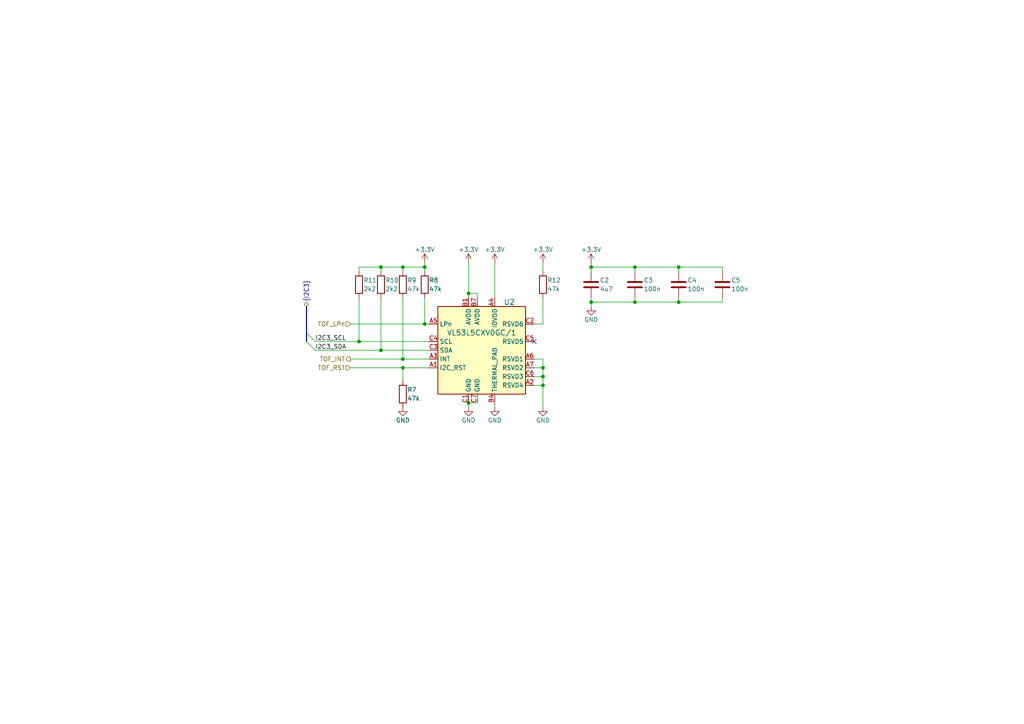
<source format=kicad_sch>
(kicad_sch (version 20230121) (generator eeschema)
  (paper "A4")
  (title_block (title "Heterogeneous radar, RGB, and ToF sensor board") (date "2023-04-12") (rev "0") (company "Center for Project-Based Learning") (comment 1 "Zoltán Marcsek"))
  (lib_symbols
    (symbol "2023-04-03_22-58-58:VL53L5CXV0GC/1"
      (property "Reference" "U" (at 6.35 16.51 0))
      (property "Value" "VL53L5CXV0GC/1" (at 6.35 13.97 0))
      (symbol "VL53L5CXV0GC/1_1_1"
        (rectangle (start -12.7 12.7) (end 12.7 -12.7) (stroke (width 0.254)) (fill (type background)))
        (pin input line (at -15.24 -5.08 0) (length 2.54) (name "I2C_RST") (number "A1"))
        (pin unspecified line (at 15.24 -10.16 180) (length 2.54) (name "RSVD4") (number "A2"))
        (pin output line (at -15.24 -2.54 0) (length 2.54) (name "INT") (number "A3"))
        (pin power_in line (at 3.81 15.24 270) (length 2.54) (name "IOVDD") (number "A4"))
        (pin input line (at -15.24 7.62 0) (length 2.54) (name "LPn") (number "A5"))
        (pin unspecified line (at 15.24 -2.54 180) (length 2.54) (name "RSVD1") (number "A6"))
        (pin unspecified line (at 15.24 -5.08 180) (length 2.54) (name "RSVD2") (number "A7"))
        (pin power_in line (at -3.81 15.24 270) (length 2.54) (name "AVDD") (number "B1"))
        (pin unspecified line (at 3.81 -15.24 90) (length 2.54) (name "THERMAL_PAD") (number "B4"))
        (pin power_in line (at -1.27 15.24 270) (length 2.54) (name "AVDD") (number "B7"))
        (pin unspecified line (at -3.81 -15.24 90) (length 2.54) (name "GND") (number "C1"))
        (pin bidirectional line (at 15.24 7.62 180) (length 2.54) (name "RSVD6") (number "C2"))
        (pin bidirectional line (at -15.24 0 0) (length 2.54) (name "SDA") (number "C3"))
        (pin input line (at -15.24 2.54 0) (length 2.54) (name "SCL") (number "C4"))
        (pin output line (at 15.24 2.54 180) (length 2.54) (name "RSVD5") (number "C5"))
        (pin unspecified line (at 15.24 -7.62 180) (length 2.54) (name "RSVD3") (number "C6"))
        (pin power_in line (at -1.27 -15.24 90) (length 2.54) (name "GND") (number "C7"))
      )
    )
    (symbol "Device:C" (pin_numbers hide) (pin_names (offset 0.254))
      (property "Reference" "C" (at 0.635 2.54 0))
      (property "Value" "C" (at 0.635 -2.54 0))
      (symbol "C_0_1"
        (polyline (pts (xy -2.032 -0.762) (xy 2.032 -0.762)) (stroke (width 0.508)))
        (polyline (pts (xy -2.032 0.762) (xy 2.032 0.762)) (stroke (width 0.508)))
      )
      (symbol "C_1_1"
        (pin passive line (at 0 3.81 270) (length 2.794) (name "~") (number "1"))
        (pin passive line (at 0 -3.81 90) (length 2.794) (name "~") (number "2"))
      )
    )
    (symbol "Device:R" (pin_numbers hide) (pin_names (offset 0))
      (property "Reference" "R" (at 2.032 0 90))
      (property "Value" "R" (at 0 0 90))
      (symbol "R_0_1"
        (rectangle (start -1.016 -2.54) (end 1.016 2.54) (stroke (width 0.254)))
      )
      (symbol "R_1_1"
        (pin passive line (at 0 3.81 270) (length 1.27) (name "~") (number "1"))
        (pin passive line (at 0 -3.81 90) (length 1.27) (name "~") (number "2"))
      )
    )
    (symbol "power:+3.3V" (power) (pin_names (offset 0))
      (property "Value" "+3.3V" (at 0 3.556 0))
      (symbol "+3.3V_0_1"
        (polyline (pts (xy -0.762 1.27) (xy 0 2.54)))
        (polyline (pts (xy 0 0) (xy 0 2.54)))
        (polyline (pts (xy 0 2.54) (xy 0.762 1.27)))
      )
      (symbol "+3.3V_1_1"
        (pin power_in line (at 0 0 90) (length 0) hide (name "+3.3V") (number "1"))
      )
    )
    (symbol "power:GND" (power) (pin_names (offset 0))
      (property "Value" "GND" (at 0 -3.81 0))
      (symbol "GND_0_1"
        (polyline (pts (xy 0 0) (xy 0 -1.27) (xy 1.27 -1.27) (xy 0 -2.54) (xy -1.27 -1.27) (xy 0 -1.27)))
      )
      (symbol "GND_1_1"
        (pin power_in line (at 0 0 270) (length 0) hide (name "GND") (number "1"))
      )
    )
  )
  (junction (at 171.45 77.47))
  (junction (at 116.84 106.68))
  (junction (at 135.89 85.09))
  (junction (at 171.45 87.63))
  (junction (at 110.49 77.47))
  (junction (at 196.85 87.63))
  (junction (at 123.19 93.98))
  (junction (at 184.15 87.63))
  (junction (at 184.15 77.47))
  (junction (at 116.84 104.14))
  (junction (at 157.48 106.68))
  (junction (at 157.48 109.22))
  (junction (at 157.48 111.76))
  (junction (at 196.85 77.47))
  (junction (at 104.14 99.06))
  (junction (at 123.19 77.47))
  (junction (at 110.49 101.6))
  (junction (at 135.89 116.84))
  (junction (at 116.84 77.47))
  (no_connect (at 154.94 99.06))
  (bus_entry (at 88.9 96.52) (size 2.54 2.54))
  (bus_entry (at 88.9 99.06) (size 2.54 2.54))
  (wire (pts (xy 171.45 87.63) (xy 171.45 86.36)))
  (wire (pts (xy 184.15 87.63) (xy 171.45 87.63)))
  (wire (pts (xy 116.84 86.36) (xy 116.84 104.14)))
  (wire (pts (xy 123.19 86.36) (xy 123.19 93.98)))
  (wire (pts (xy 101.6 93.98) (xy 123.19 93.98)))
  (wire (pts (xy 123.19 76.2) (xy 123.19 77.47)))
  (wire (pts (xy 184.15 86.36) (xy 184.15 87.63)))
  (wire (pts (xy 91.44 99.06) (xy 104.14 99.06)))
  (wire (pts (xy 171.45 77.47) (xy 171.45 78.74)))
  (wire (pts (xy 196.85 86.36) (xy 196.85 87.63)))
  (wire (pts (xy 143.51 116.84) (xy 143.51 118.11)))
  (wire (pts (xy 104.14 99.06) (xy 124.46 99.06)))
  (wire (pts (xy 116.84 106.68) (xy 124.46 106.68)))
  (wire (pts (xy 154.94 111.76) (xy 157.48 111.76)))
  (wire (pts (xy 123.19 77.47) (xy 116.84 77.47)))
  (wire (pts (xy 209.55 78.74) (xy 209.55 77.47)))
  (wire (pts (xy 171.45 76.2) (xy 171.45 77.47)))
  (wire (pts (xy 157.48 76.2) (xy 157.48 78.74)))
  (bus (pts (xy 88.9 96.52) (xy 88.9 99.06)))
  (wire (pts (xy 171.45 77.47) (xy 184.15 77.47)))
  (wire (pts (xy 184.15 77.47) (xy 196.85 77.47)))
  (wire (pts (xy 110.49 77.47) (xy 110.49 78.74)))
  (wire (pts (xy 157.48 93.98) (xy 154.94 93.98)))
  (wire (pts (xy 110.49 77.47) (xy 104.14 77.47)))
  (wire (pts (xy 104.14 77.47) (xy 104.14 78.74)))
  (bus (pts (xy 88.9 88.9) (xy 88.9 96.52)))
  (wire (pts (xy 101.6 104.14) (xy 116.84 104.14)))
  (wire (pts (xy 143.51 76.2) (xy 143.51 86.36)))
  (wire (pts (xy 154.94 109.22) (xy 157.48 109.22)))
  (wire (pts (xy 154.94 104.14) (xy 157.48 104.14)))
  (wire (pts (xy 157.48 106.68) (xy 157.48 109.22)))
  (wire (pts (xy 157.48 86.36) (xy 157.48 93.98)))
  (wire (pts (xy 135.89 116.84) (xy 135.89 118.11)))
  (wire (pts (xy 110.49 86.36) (xy 110.49 101.6)))
  (wire (pts (xy 116.84 106.68) (xy 116.84 110.49)))
  (wire (pts (xy 196.85 77.47) (xy 209.55 77.47)))
  (wire (pts (xy 135.89 85.09) (xy 135.89 76.2)))
  (wire (pts (xy 91.44 101.6) (xy 110.49 101.6)))
  (wire (pts (xy 209.55 87.63) (xy 196.85 87.63)))
  (wire (pts (xy 184.15 77.47) (xy 184.15 78.74)))
  (wire (pts (xy 196.85 87.63) (xy 184.15 87.63)))
  (wire (pts (xy 157.48 109.22) (xy 157.48 111.76)))
  (wire (pts (xy 157.48 111.76) (xy 157.48 118.11)))
  (wire (pts (xy 135.89 116.84) (xy 138.43 116.84)))
  (wire (pts (xy 138.43 85.09) (xy 135.89 85.09)))
  (wire (pts (xy 104.14 86.36) (xy 104.14 99.06)))
  (wire (pts (xy 171.45 87.63) (xy 171.45 88.9)))
  (wire (pts (xy 116.84 77.47) (xy 116.84 78.74)))
  (wire (pts (xy 123.19 93.98) (xy 124.46 93.98)))
  (wire (pts (xy 138.43 86.36) (xy 138.43 85.09)))
  (wire (pts (xy 135.89 85.09) (xy 135.89 86.36)))
  (wire (pts (xy 116.84 77.47) (xy 110.49 77.47)))
  (wire (pts (xy 157.48 104.14) (xy 157.48 106.68)))
  (wire (pts (xy 154.94 106.68) (xy 157.48 106.68)))
  (wire (pts (xy 209.55 86.36) (xy 209.55 87.63)))
  (wire (pts (xy 110.49 101.6) (xy 124.46 101.6)))
  (wire (pts (xy 116.84 104.14) (xy 124.46 104.14)))
  (wire (pts (xy 196.85 77.47) (xy 196.85 78.74)))
  (wire (pts (xy 123.19 77.47) (xy 123.19 78.74)))
  (wire (pts (xy 101.6 106.68) (xy 116.84 106.68)))
  (label "I2C3_SCL" (at 91.44 99.06 0))
  (label "I2C3_SDA" (at 91.44 101.6 0))
  (hierarchical_label "TOF_INT" (shape output) (at 101.6 104.14 180))
  (hierarchical_label "{I2C3}" (shape bidirectional) (at 88.9 88.9 90))
  (hierarchical_label "TOF_LPn" (shape input) (at 101.6 93.98 180))
  (hierarchical_label "TOF_RST" (shape input) (at 101.6 106.68 180))
  (symbol (lib_id "Device:R") (at 116.84 82.55 0) (unit 1)
    (property "Reference" "R9" (at 118.11 81.28 0) (effects (justify left)))
    (property "Value" "47k" (at 118.11 83.82 0) (effects (justify left)))
    (property "Footprint" "Resistor_SMD:R_0603_1608Metric" (effects hide))
  )
  (symbol (lib_id "power:+3.3V") (at 135.89 76.2 0) (unit 1)
    (property "Reference" "#PWR018" (effects hide))
    (property "Value" "+3.3V" (at 135.89 72.39 0))
  )
  (symbol (lib_id "Device:C") (at 196.85 82.55 0) (unit 1)
    (property "Reference" "C4" (at 199.39 81.28 0) (effects (justify left)))
    (property "Value" "100n" (at 199.39 83.82 0) (effects (justify left)))
    (property "Footprint" "Capacitor_SMD:C_0603_1608Metric" (effects hide))
  )
  (symbol (lib_id "power:GND") (at 157.48 118.11 0) (unit 1)
    (property "Reference" "#PWR016" (effects hide))
    (property "Value" "GND" (at 157.48 121.92 0))
  )
  (symbol (lib_id "power:GND") (at 143.51 118.11 0) (unit 1)
    (property "Reference" "#PWR015" (effects hide))
    (property "Value" "GND" (at 143.51 121.92 0))
  )
  (symbol (lib_id "Device:R") (at 116.84 114.3 0) (unit 1)
    (property "Reference" "R7" (at 118.11 113.03 0) (effects (justify left)))
    (property "Value" "47k" (at 118.11 115.57 0) (effects (justify left)))
    (property "Footprint" "Resistor_SMD:R_0603_1608Metric" (effects hide))
  )
  (symbol (lib_id "Device:C") (at 171.45 82.55 0) (unit 1)
    (property "Reference" "C2" (at 173.99 81.28 0) (effects (justify left)))
    (property "Value" "4u7" (at 173.99 83.82 0) (effects (justify left)))
    (property "Footprint" "Capacitor_SMD:C_0603_1608Metric" (effects hide))
  )
  (symbol (lib_id "power:+3.3V") (at 171.45 76.2 0) (unit 1)
    (property "Reference" "#PWR020" (effects hide))
    (property "Value" "+3.3V" (at 171.45 72.39 0))
  )
  (symbol (lib_id "2023-04-03_22-58-58:VL53L5CXV0GC/1") (at 139.7 101.6 0) (unit 1)
    (property "Reference" "U2" (at 146.05 87.63 0) (effects (font (size 1.524 1.524)) (justify left)))
    (property "Value" "VL53L5CXV0GC/1" (at 139.7 96.52 0) (effects (font (size 1.524 1.524))))
    (property "Footprint" "vl53l5cx:VL53L5CXV0GC&slash_1" (effects hide))
  )
  (symbol (lib_id "power:+3.3V") (at 123.19 76.2 0) (unit 1)
    (property "Reference" "#PWR012" (effects hide))
    (property "Value" "+3.3V" (at 123.19 72.39 0))
  )
  (symbol (lib_id "power:+3.3V") (at 157.48 76.2 0) (unit 1)
    (property "Reference" "#PWR017" (effects hide))
    (property "Value" "+3.3V" (at 157.48 72.39 0))
  )
  (symbol (lib_id "Device:C") (at 184.15 82.55 0) (unit 1)
    (property "Reference" "C3" (at 186.69 81.28 0) (effects (justify left)))
    (property "Value" "100n" (at 186.69 83.82 0) (effects (justify left)))
    (property "Footprint" "Capacitor_SMD:C_0603_1608Metric" (effects hide))
  )
  (symbol (lib_id "Device:R") (at 104.14 82.55 0) (unit 1)
    (property "Reference" "R11" (at 105.41 81.28 0) (effects (justify left)))
    (property "Value" "2k2" (at 105.41 83.82 0) (effects (justify left)))
    (property "Footprint" "Resistor_SMD:R_0603_1608Metric" (effects hide))
  )
  (symbol (lib_id "Device:R") (at 123.19 82.55 0) (unit 1)
    (property "Reference" "R8" (at 124.46 81.28 0) (effects (justify left)))
    (property "Value" "47k" (at 124.46 83.82 0) (effects (justify left)))
    (property "Footprint" "Resistor_SMD:R_0603_1608Metric" (effects hide))
  )
  (symbol (lib_id "Device:R") (at 157.48 82.55 0) (unit 1)
    (property "Reference" "R12" (at 158.75 81.28 0) (effects (justify left)))
    (property "Value" "47k" (at 158.75 83.82 0) (effects (justify left)))
    (property "Footprint" "Resistor_SMD:R_0603_1608Metric" (effects hide))
  )
  (symbol (lib_id "Device:R") (at 110.49 82.55 0) (unit 1)
    (property "Reference" "R10" (at 111.76 81.28 0) (effects (justify left)))
    (property "Value" "2k2" (at 111.76 83.82 0) (effects (justify left)))
    (property "Footprint" "Resistor_SMD:R_0603_1608Metric" (effects hide))
  )
  (symbol (lib_id "power:GND") (at 171.45 88.9 0) (unit 1)
    (property "Reference" "#PWR021" (effects hide))
    (property "Value" "GND" (at 171.45 92.71 0))
  )
  (symbol (lib_id "power:GND") (at 116.84 118.11 0) (unit 1)
    (property "Reference" "#PWR013" (effects hide))
    (property "Value" "GND" (at 116.84 121.92 0))
  )
  (symbol (lib_id "power:GND") (at 135.89 118.11 0) (unit 1)
    (property "Reference" "#PWR014" (effects hide))
    (property "Value" "GND" (at 135.89 121.92 0))
  )
  (symbol (lib_id "power:+3.3V") (at 143.51 76.2 0) (unit 1)
    (property "Reference" "#PWR019" (effects hide))
    (property "Value" "+3.3V" (at 143.51 72.39 0))
  )
  (symbol (lib_id "Device:C") (at 209.55 82.55 0) (unit 1)
    (property "Reference" "C5" (at 212.09 81.28 0) (effects (justify left)))
    (property "Value" "100n" (at 212.09 83.82 0) (effects (justify left)))
    (property "Footprint" "Capacitor_SMD:C_0603_1608Metric" (effects hide))
  )
)
</source>
